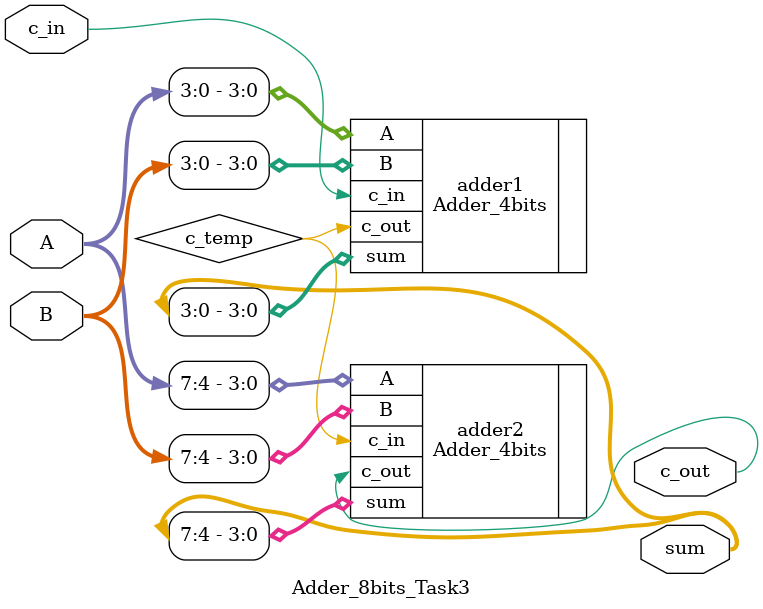
<source format=sv>



module Adder_8bits_Task3( 
    input logic [7:0] A, 
    input logic [7:0] B, 
    input logic c_in, 
    output logic c_out, 
    output logic [7:0] sum );

logic c_temp;

Adder_4bits adder1(
    .A(A[3:0]), 
    .B(B[3:0]), 
    .c_in(c_in), 
    .c_out(c_temp), 
    .sum(sum[3:0])
    );

Adder_4bits adder2(
    .A(A[7:4]), 
    .B(B[7:4]), 
    .c_in(c_temp), 
    .c_out(c_out), 
    .sum(sum[7:4])
    );    
    
    
endmodule 
</source>
